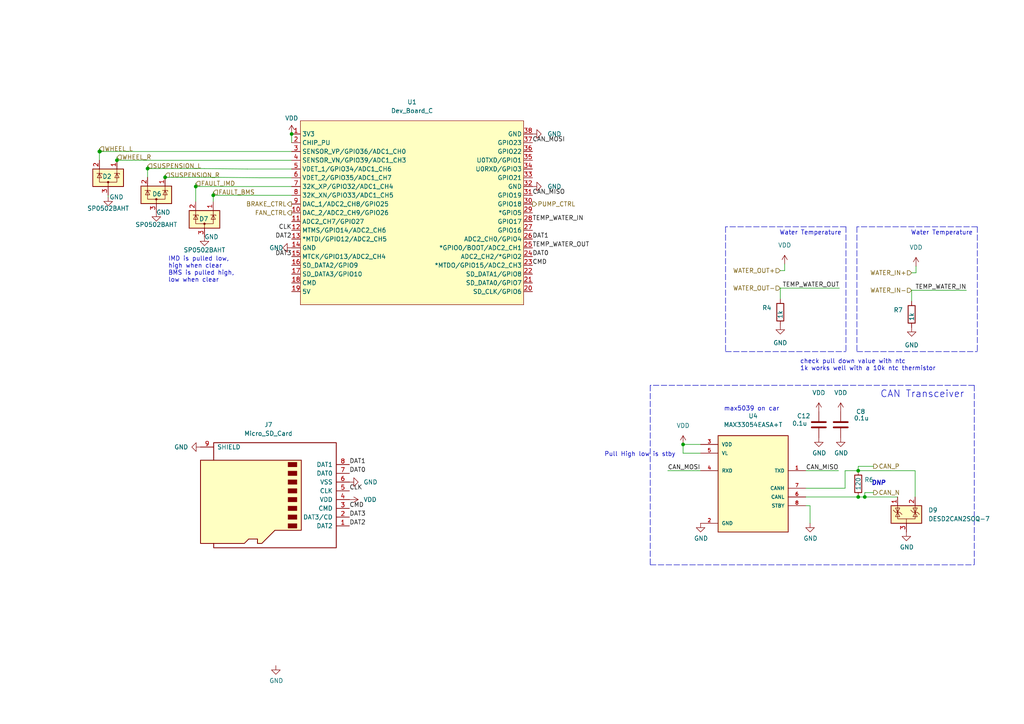
<source format=kicad_sch>
(kicad_sch (version 20211123) (generator eeschema)
  (paper "A4")
  (lib_symbols
    (symbol "AERO_Symbols:Dev_Board_C"
      (property "Reference" "U" (at 0 0 0))
      (property "Value" "Dev_Board_C" (at 0 0 0))
      (symbol "Dev_Board_C_0_0"
        (pin power_in line (at -36.83 -6.35 0) (length 2.54) (name "GND") (number "14"))
        (pin power_in line (at -36.83 -19.05 0) (length 2.54) (name "5V") (number "19"))
      )
      (symbol "Dev_Board_C_0_1"
        (rectangle (start -34.29 30.48) (end 30.48 -22.86) (fill (type background)))
      )
      (symbol "Dev_Board_C_1_1"
        (pin power_in line (at -36.83 26.67 0) (length 2.54) (name "3V3") (number "1"))
        (pin bidirectional line (at -36.83 3.81 0) (length 2.54) (name "DAC_2/ADC2_CH9/GPIO26") (number "10"))
        (pin bidirectional line (at -36.83 1.27 0) (length 2.54) (name "ADC2_CH7/GPIO27") (number "11"))
        (pin bidirectional line (at -36.83 -1.27 0) (length 2.54) (name "MTMS/GPIO14/ADC2_CH6") (number "12"))
        (pin bidirectional line (at -36.83 -3.81 0) (length 2.54) (name "*MTDI/GPIO12/ADC2_CH5") (number "13"))
        (pin bidirectional line (at -36.83 -8.89 0) (length 2.54) (name "MTCK/GPIO13/ADC2_CH4") (number "15"))
        (pin bidirectional line (at -36.83 -11.43 0) (length 2.54) (name "SD_DATA2/GPIO9") (number "16"))
        (pin bidirectional line (at -36.83 -13.97 0) (length 2.54) (name "SD_DATA3/GPIO10") (number "17"))
        (pin bidirectional line (at -36.83 -16.51 0) (length 2.54) (name "CMD") (number "18"))
        (pin input line (at -36.83 24.13 0) (length 2.54) (name "CHIP_PU") (number "2"))
        (pin bidirectional line (at 33.02 -19.05 180) (length 2.54) (name "SD_CLK/GPIO6") (number "20"))
        (pin bidirectional line (at 33.02 -16.51 180) (length 2.54) (name "SD_DATA0/GPIO7") (number "21"))
        (pin bidirectional line (at 33.02 -13.97 180) (length 2.54) (name "SD_DATA1/GPIO8") (number "22"))
        (pin bidirectional line (at 33.02 -11.43 180) (length 2.54) (name "*MTDO/GPIO15/ADC2_CH3") (number "23"))
        (pin bidirectional line (at 33.02 -8.89 180) (length 2.54) (name "ADC2_CH2/*GPIO2") (number "24"))
        (pin bidirectional line (at 33.02 -6.35 180) (length 2.54) (name "*GPIO0/BOOT/ADC2_CH1") (number "25"))
        (pin bidirectional line (at 33.02 -3.81 180) (length 2.54) (name "ADC2_CH0/GPIO4") (number "26"))
        (pin bidirectional line (at 33.02 -1.27 180) (length 2.54) (name "GPIO16") (number "27"))
        (pin bidirectional line (at 33.02 1.27 180) (length 2.54) (name "GPIO17") (number "28"))
        (pin bidirectional line (at 33.02 3.81 180) (length 2.54) (name "*GPIO5") (number "29"))
        (pin input line (at -36.83 21.59 0) (length 2.54) (name "SENSOR_VP/GPIO36/ADC1_CH0") (number "3"))
        (pin bidirectional line (at 33.02 6.35 180) (length 2.54) (name "GPIO18") (number "30"))
        (pin bidirectional line (at 33.02 8.89 180) (length 2.54) (name "GPIO19") (number "31"))
        (pin power_in line (at 33.02 11.43 180) (length 2.54) (name "GND") (number "32"))
        (pin bidirectional line (at 33.02 13.97 180) (length 2.54) (name "GPIO21") (number "33"))
        (pin bidirectional line (at 33.02 16.51 180) (length 2.54) (name "U0RXD/GPIO3") (number "34"))
        (pin bidirectional line (at 33.02 19.05 180) (length 2.54) (name "U0TXD/GPIO1") (number "35"))
        (pin bidirectional line (at 33.02 21.59 180) (length 2.54) (name "GPIO22") (number "36"))
        (pin bidirectional line (at 33.02 24.13 180) (length 2.54) (name "GPIO23") (number "37"))
        (pin power_in line (at 33.02 26.67 180) (length 2.54) (name "GND") (number "38"))
        (pin input line (at -36.83 19.05 0) (length 2.54) (name "SENSOR_VN/GPIO39/ADC1_CH3") (number "4"))
        (pin input line (at -36.83 16.51 0) (length 2.54) (name "VDET_1/GPIO34/ADC1_CH6") (number "5"))
        (pin input line (at -36.83 13.97 0) (length 2.54) (name "VDET_2/GPIO35/ADC1_CH7") (number "6"))
        (pin bidirectional line (at -36.83 11.43 0) (length 2.54) (name "32K_XP/GPIO32/ADC1_CH4") (number "7"))
        (pin bidirectional line (at -36.83 8.89 0) (length 2.54) (name "32K_XN/GPIO33/ADC1_CH5") (number "8"))
        (pin bidirectional line (at -36.83 6.35 0) (length 2.54) (name "DAC_1/ADC2_CH8/GPIO25") (number "9"))
      )
    )
    (symbol "AERO_Symbols:MAX33054EASA+T" (pin_names (offset 1.016))
      (property "Reference" "U" (at -10.16 13.6906 0))
      (property "Value" "MAX33054EASA+T" (at -10.16 -19.2278 0))
      (symbol "MAX33054EASA+T_0_0"
        (rectangle (start -10.16 -15.24) (end 10.16 12.7) (stroke (width 0.254)) (fill (type background)))
        (pin input line (at -15.24 2.54 0) (length 5.08) (name "TXD") (number "1"))
        (pin power_in line (at 15.24 -12.7 180) (length 5.08) (name "GND") (number "2"))
        (pin power_in line (at 15.24 10.16 180) (length 5.08) (name "VDD") (number "3"))
        (pin output line (at 15.24 2.54 180) (length 5.08) (name "RXD") (number "4"))
        (pin power_in line (at 15.24 7.62 180) (length 5.08) (name "VL") (number "5"))
        (pin input line (at -15.24 -5.08 0) (length 5.08) (name "CANL") (number "6"))
        (pin input line (at -15.24 -2.54 0) (length 5.08) (name "CANH") (number "7"))
        (pin input line (at -15.24 -7.62 0) (length 5.08) (name "STBY") (number "8"))
      )
    )
    (symbol "Connector:Micro_SD_Card" (pin_names (offset 1.016))
      (property "Reference" "J" (at -16.51 15.24 0))
      (property "Value" "Micro_SD_Card" (at 16.51 15.24 0))
      (symbol "Micro_SD_Card_0_1"
        (rectangle (start -7.62 -9.525) (end -5.08 -10.795) (fill (type outline)))
        (rectangle (start -7.62 -6.985) (end -5.08 -8.255) (fill (type outline)))
        (rectangle (start -7.62 -4.445) (end -5.08 -5.715) (fill (type outline)))
        (rectangle (start -7.62 -1.905) (end -5.08 -3.175) (fill (type outline)))
        (rectangle (start -7.62 0.635) (end -5.08 -0.635) (fill (type outline)))
        (rectangle (start -7.62 3.175) (end -5.08 1.905) (fill (type outline)))
        (rectangle (start -7.62 5.715) (end -5.08 4.445) (fill (type outline)))
        (rectangle (start -7.62 8.255) (end -5.08 6.985) (fill (type outline)))
        (polyline (pts (xy 16.51 12.7) (xy 16.51 13.97) (xy -19.05 13.97) (xy -19.05 -16.51) (xy 16.51 -16.51) (xy 16.51 -11.43)) (stroke (width 0.254)))
        (polyline (pts (xy -8.89 -11.43) (xy -8.89 8.89) (xy -1.27 8.89) (xy 2.54 12.7) (xy 3.81 12.7) (xy 3.81 11.43) (xy 6.35 11.43) (xy 7.62 12.7) (xy 20.32 12.7) (xy 20.32 -11.43) (xy -8.89 -11.43)) (stroke (width 0.254)) (fill (type background)))
      )
      (symbol "Micro_SD_Card_1_1"
        (pin bidirectional line (at -22.86 7.62 0) (length 3.81) (name "DAT2") (number "1"))
        (pin bidirectional line (at -22.86 5.08 0) (length 3.81) (name "DAT3/CD") (number "2"))
        (pin input line (at -22.86 2.54 0) (length 3.81) (name "CMD") (number "3"))
        (pin power_in line (at -22.86 0 0) (length 3.81) (name "VDD") (number "4"))
        (pin input line (at -22.86 -2.54 0) (length 3.81) (name "CLK") (number "5"))
        (pin power_in line (at -22.86 -5.08 0) (length 3.81) (name "VSS") (number "6"))
        (pin bidirectional line (at -22.86 -7.62 0) (length 3.81) (name "DAT0") (number "7"))
        (pin bidirectional line (at -22.86 -10.16 0) (length 3.81) (name "DAT1") (number "8"))
        (pin passive line (at 20.32 -15.24 180) (length 3.81) (name "SHIELD") (number "9"))
      )
    )
    (symbol "Device:C" (pin_numbers hide) (pin_names (offset 0.254))
      (property "Reference" "C" (at 0.635 2.54 0))
      (property "Value" "C" (at 0.635 -2.54 0))
      (symbol "C_0_1"
        (polyline (pts (xy -2.032 -0.762) (xy 2.032 -0.762)) (stroke (width 0.508)))
        (polyline (pts (xy -2.032 0.762) (xy 2.032 0.762)) (stroke (width 0.508)))
      )
      (symbol "C_1_1"
        (pin passive line (at 0 3.81 270) (length 2.794) (name "~") (number "1"))
        (pin passive line (at 0 -3.81 90) (length 2.794) (name "~") (number "2"))
      )
    )
    (symbol "Device:R" (pin_numbers hide) (pin_names (offset 0))
      (property "Reference" "R" (at 2.032 0 90))
      (property "Value" "R" (at 0 0 90))
      (symbol "R_0_1"
        (rectangle (start -1.016 -2.54) (end 1.016 2.54) (stroke (width 0.254)))
      )
      (symbol "R_1_1"
        (pin passive line (at 0 3.81 270) (length 1.27) (name "~") (number "1"))
        (pin passive line (at 0 -3.81 90) (length 1.27) (name "~") (number "2"))
      )
    )
    (symbol "Power_Protection:NUP2105L" (pin_names hide)
      (property "Reference" "D" (at 5.715 2.54 0))
      (property "Value" "NUP2105L" (at 5.715 0.635 0))
      (symbol "NUP2105L_0_0"
        (pin passive line (at 0 -5.08 90) (length 2.54) (name "A") (number "3"))
      )
      (symbol "NUP2105L_0_1"
        (rectangle (start -4.445 2.54) (end 4.445 -2.54) (stroke (width 0.254)) (fill (type background)))
        (polyline (pts (xy -2.54 2.54) (xy -2.54 0.635)))
        (polyline (pts (xy 0 -1.27) (xy 0 -2.54)))
        (polyline (pts (xy 2.54 2.54) (xy 2.54 0.635)))
        (polyline (pts (xy -3.81 1.27) (xy -3.175 0.635) (xy -1.905 0.635) (xy -1.27 0)))
        (polyline (pts (xy -2.54 0.635) (xy -2.54 -1.27) (xy 2.54 -1.27) (xy 2.54 0.635)))
        (polyline (pts (xy -2.54 0.635) (xy -1.905 -0.635) (xy -3.175 -0.635) (xy -2.54 0.635)))
        (polyline (pts (xy 2.54 0.635) (xy 1.905 -0.635) (xy 3.175 -0.635) (xy 2.54 0.635)))
        (polyline (pts (xy 2.54 0.635) (xy 3.175 1.905) (xy 1.905 1.905) (xy 2.54 0.635)))
        (polyline (pts (xy -2.54 0.635) (xy -3.175 1.905) (xy -1.905 1.905) (xy -2.54 0.635) (xy -2.54 1.27)))
        (polyline (pts (xy 1.27 1.27) (xy 1.905 0.635) (xy 2.54 0.635) (xy 3.175 0.635) (xy 3.81 0)))
      )
      (symbol "NUP2105L_1_1"
        (pin passive line (at -2.54 5.08 270) (length 2.54) (name "K") (number "1"))
        (pin passive line (at 2.54 5.08 270) (length 2.54) (name "K") (number "2"))
      )
    )
    (symbol "Power_Protection:SP0502BAHT" (pin_names hide)
      (property "Reference" "D" (at 5.715 2.54 0))
      (property "Value" "SP0502BAHT" (at 5.715 0.635 0))
      (symbol "SP0502BAHT_0_0"
        (pin passive line (at 0 -5.08 90) (length 2.54) (name "A") (number "3"))
      )
      (symbol "SP0502BAHT_0_1"
        (rectangle (start -4.445 2.54) (end 4.445 -2.54) (stroke (width 0.254)) (fill (type background)))
        (circle (center 0 -1.27) (radius 0.254) (fill (type outline)))
        (polyline (pts (xy -2.54 2.54) (xy -2.54 1.27)))
        (polyline (pts (xy 0 -1.27) (xy 0 -2.54)))
        (polyline (pts (xy 2.54 2.54) (xy 2.54 1.27)))
        (polyline (pts (xy -3.302 1.016) (xy -3.302 1.27) (xy -1.905 1.27) (xy -1.778 1.27)))
        (polyline (pts (xy -2.54 1.27) (xy -2.54 -1.27) (xy 2.54 -1.27) (xy 2.54 1.27)))
        (polyline (pts (xy -2.54 1.27) (xy -1.905 0) (xy -3.175 0) (xy -2.54 1.27)))
        (polyline (pts (xy 1.778 1.016) (xy 1.778 1.27) (xy 3.175 1.27) (xy 3.302 1.27)))
        (polyline (pts (xy 2.54 1.27) (xy 1.905 0) (xy 3.175 0) (xy 2.54 1.27)))
      )
      (symbol "SP0502BAHT_1_1"
        (pin passive line (at -2.54 5.08 270) (length 2.54) (name "K") (number "1"))
        (pin passive line (at 2.54 5.08 270) (length 2.54) (name "K") (number "2"))
      )
    )
    (symbol "power:GND" (power) (pin_names (offset 0))
      (property "Value" "GND" (at 0 -3.81 0))
      (symbol "GND_0_1"
        (polyline (pts (xy 0 0) (xy 0 -1.27) (xy 1.27 -1.27) (xy 0 -2.54) (xy -1.27 -1.27) (xy 0 -1.27)))
      )
      (symbol "GND_1_1"
        (pin power_in line (at 0 0 270) (length 0) hide (name "GND") (number "1"))
      )
    )
    (symbol "power:VDD" (power) (pin_names (offset 0))
      (property "Value" "VDD" (at 0 3.81 0))
      (symbol "VDD_0_1"
        (polyline (pts (xy -0.762 1.27) (xy 0 2.54)))
        (polyline (pts (xy 0 0) (xy 0 2.54)))
        (polyline (pts (xy 0 2.54) (xy 0.762 1.27)))
      )
      (symbol "VDD_1_1"
        (pin power_in line (at 0 0 90) (length 0) hide (name "VDD") (number "1"))
      )
    )
  )
  (junction (at 198.12 128.905))
  (junction (at 28.956 43.942))
  (junction (at 42.799 48.895))
  (junction (at 56.769 54.102))
  (junction (at 47.879 51.435))
  (junction (at 33.909 46.482))
  (junction (at 61.849 56.642))
  (junction (at 248.92 144.145))
  (junction (at 84.582 38.862))
  (junction (at 250.825 144.145))
  (junction (at 28.829 43.942))
  (junction (at 248.92 136.525))
  (wire (pts (xy 61.849 56.642) (xy 84.582 56.642)))
  (wire (pts (xy 203.2 131.445) (xy 198.12 131.445)))
  (polyline (pts (xy 282.575 111.76) (xy 188.595 111.76)))
  (wire (pts (xy 198.12 131.445) (xy 198.12 128.905)))
  (polyline (pts (xy 188.595 111.76) (xy 188.595 163.83)))
  (wire (pts (xy 47.879 50.8) (xy 47.879 51.435)))
  (polyline (pts (xy 283.464 65.786) (xy 283.464 101.981)))
  (polyline (pts (xy 283.464 65.786) (xy 248.539 65.786)))
  (wire (pts (xy 265.43 136.525) (xy 265.43 144.145)))
  (wire (pts (xy 56.769 53.213) (xy 56.769 54.102)))
  (wire (pts (xy 193.675 136.525) (xy 203.2 136.525)))
  (polyline (pts (xy 210.439 101.981) (xy 245.364 101.981)))
  (wire (pts (xy 253.365 142.875) (xy 250.825 142.875)))
  (wire (pts (xy 28.956 43.942) (xy 84.582 43.942)))
  (wire (pts (xy 33.909 45.593) (xy 33.909 46.482)))
  (wire (pts (xy 234.95 146.685) (xy 233.68 146.685)))
  (polyline (pts (xy 282.575 111.76) (xy 282.575 163.83)))
  (wire (pts (xy 243.205 136.525) (xy 233.68 136.525)))
  (wire (pts (xy 264.414 84.201) (xy 264.414 87.376)))
  (polyline (pts (xy 248.539 65.786) (xy 248.539 101.981)))
  (wire (pts (xy 84.582 49.022) (xy 71.755 49.022)))
  (wire (pts (xy 234.95 151.765) (xy 234.95 146.685)))
  (wire (pts (xy 42.799 48.133) (xy 42.799 48.895)))
  (wire (pts (xy 243.459 83.566) (xy 226.314 83.566)))
  (wire (pts (xy 250.825 142.875) (xy 250.825 144.145)))
  (wire (pts (xy 28.829 43.18) (xy 28.829 43.942)))
  (wire (pts (xy 265.684 77.216) (xy 265.684 79.121)))
  (wire (pts (xy 31.369 56.642) (xy 31.369 57.15)))
  (wire (pts (xy 227.584 78.486) (xy 226.314 78.486)))
  (polyline (pts (xy 248.539 101.981) (xy 283.464 101.981)))
  (wire (pts (xy 248.92 135.255) (xy 248.92 136.525)))
  (wire (pts (xy 28.829 43.942) (xy 28.956 43.942)))
  (wire (pts (xy 84.582 51.562) (xy 75.565 51.562)))
  (wire (pts (xy 198.12 128.905) (xy 203.2 128.905)))
  (wire (pts (xy 250.825 144.145) (xy 260.35 144.145)))
  (wire (pts (xy 233.68 144.145) (xy 248.92 144.145)))
  (polyline (pts (xy 245.364 65.786) (xy 245.364 101.981)))
  (wire (pts (xy 28.829 43.942) (xy 28.829 46.482)))
  (wire (pts (xy 42.799 48.895) (xy 42.799 51.435)))
  (wire (pts (xy 61.849 55.753) (xy 61.849 56.642)))
  (wire (pts (xy 63.119 51.435) (xy 47.879 51.435)))
  (wire (pts (xy 226.314 83.566) (xy 226.314 86.741)))
  (wire (pts (xy 245.11 141.605) (xy 245.11 136.525)))
  (wire (pts (xy 61.849 56.642) (xy 61.849 58.547)))
  (wire (pts (xy 84.582 54.102) (xy 56.769 54.102)))
  (wire (pts (xy 265.684 79.121) (xy 264.414 79.121)))
  (wire (pts (xy 56.769 54.102) (xy 56.769 58.547)))
  (wire (pts (xy 227.584 76.581) (xy 227.584 78.486)))
  (wire (pts (xy 71.755 49.022) (xy 59.309 48.895)))
  (wire (pts (xy 248.92 144.145) (xy 250.825 144.145)))
  (wire (pts (xy 233.68 141.605) (xy 245.11 141.605)))
  (wire (pts (xy 75.565 51.562) (xy 63.119 51.435)))
  (polyline (pts (xy 245.364 65.786) (xy 210.439 65.786)))
  (wire (pts (xy 253.365 135.255) (xy 248.92 135.255)))
  (polyline (pts (xy 210.439 65.786) (xy 210.439 101.981)))
  (wire (pts (xy 245.11 136.525) (xy 248.92 136.525)))
  (wire (pts (xy 42.799 48.895) (xy 59.309 48.895)))
  (polyline (pts (xy 188.595 163.83) (xy 282.575 163.83)))
  (wire (pts (xy 248.92 136.525) (xy 265.43 136.525)))
  (wire (pts (xy 280.289 84.201) (xy 264.414 84.201)))
  (wire (pts (xy 33.909 46.482) (xy 84.582 46.482)))
  (wire (pts (xy 84.582 38.862) (xy 84.582 41.402)))
  (text "Water Temperature" (at 244.094 68.326 180) (effects (font (size 1.27 1.27)) (justify right bottom)))
  (text "check pull down value with ntc\n1k works well with a 10k ntc thermistor" (at 232.029 107.696 0) (effects (font (size 1.27 1.27)) (justify left bottom)))
  (text "Water Temperature" (at 282.194 68.326 180) (effects (font (size 1.27 1.27)) (justify right bottom)))
  (text "CAN Transceiver" (at 255.27 115.57 0) (effects (font (size 2.0066 2.0066)) (justify left bottom)))
  (text "IMD is pulled low, \nhigh when clear\nBMS is pulled high, \nlow when clear" (at 48.768 82.042 0) (effects (font (size 1.27 1.27)) (justify left bottom)))
  (text "max5039 on car" (at 209.931 119.38 0) (effects (font (size 1.27 1.27)) (justify left bottom)))
  (text "Pull High low is stby" (at 175.26 132.588 0) (effects (font (size 1.27 1.27)) (justify left bottom)))
  (text "DNP\n" (at 252.73 140.97 0) (effects (font (size 1.27 1.27) bold italic) (justify left bottom)))
  (label "DAT2" (at 84.582 69.342 180))
  (label "CAN_MISO" (at 243.205 136.525 180))
  (label "DAT0" (at 101.346 137.287 0))
  (label "DAT2" (at 101.346 152.527 0))
  (label "DAT3" (at 101.346 149.987 0))
  (label "TEMP_WATER_OUT" (at 243.459 83.566 180))
  (label "DAT3" (at 84.582 74.422 180))
  (label "DAT1" (at 101.346 134.747 0))
  (label "TEMP_WATER_IN" (at 154.432 64.262 0))
  (label "CMD" (at 154.432 76.962 0))
  (label "CAN_MOSI" (at 154.432 41.402 0))
  (label "CLK" (at 101.346 142.367 0))
  (label "CMD" (at 101.346 147.447 0))
  (label "CAN_MOSI" (at 193.675 136.525 0))
  (label "DAT0" (at 154.432 74.422 0))
  (label "TEMP_WATER_OUT" (at 154.432 71.882 0))
  (label "CLK" (at 84.582 66.802 180))
  (label "DAT1" (at 154.432 69.342 0))
  (label "TEMP_WATER_IN" (at 280.289 84.201 180))
  (label "CAN_MISO" (at 154.432 56.642 0))
  (hierarchical_label "WHEEL_L" (shape input) (at 28.829 43.18 0))
  (hierarchical_label "PUMP_CTRL" (shape output) (at 154.432 59.182 0))
  (hierarchical_label "WATER_OUT+" (shape input) (at 226.314 78.486 180))
  (hierarchical_label "BRAKE_CTRL" (shape output) (at 84.582 59.182 180))
  (hierarchical_label "CAN_N" (shape output) (at 253.365 142.875 0))
  (hierarchical_label "FAULT_IMD" (shape input) (at 56.769 53.213 0))
  (hierarchical_label "FAULT_BMS" (shape input) (at 61.849 55.753 0))
  (hierarchical_label "SUSPENSION_R" (shape input) (at 47.879 50.8 0))
  (hierarchical_label "FAN_CTRL" (shape output) (at 84.582 61.722 180))
  (hierarchical_label "WATER_IN+" (shape input) (at 264.414 79.121 180))
  (hierarchical_label "WATER_IN-" (shape input) (at 264.414 84.201 180))
  (hierarchical_label "SUSPENSION_L" (shape input) (at 42.799 48.133 0))
  (hierarchical_label "WHEEL_R" (shape input) (at 33.909 45.593 0))
  (hierarchical_label "WATER_OUT-" (shape input) (at 226.314 83.566 180))
  (hierarchical_label "CAN_P" (shape output) (at 253.365 135.255 0))
  (symbol (lib_id "power:GND") (at 80.01 193.04 0) (unit 1)
    (property "Reference" "#PWR0124" (effects hide))
    (property "Value" "GND" (at 80.137 197.4342 0))
  )
  (symbol (lib_id "Device:C") (at 237.49 123.19 0) (unit 1)
    (property "Reference" "C12" (at 231.14 120.65 0) (effects (justify left)))
    (property "Value" "0.1u" (at 229.743 122.809 0) (effects (justify left)))
    (property "Footprint" "Capacitor_SMD:C_0603_1608Metric_Pad1.08x0.95mm_HandSolder" (effects hide))
  )
  (symbol (lib_id "power:GND") (at 262.89 154.305 0) (unit 1)
    (property "Reference" "#PWR0129" (effects hide))
    (property "Value" "GND" (at 263.017 158.6992 0))
  )
  (symbol (lib_id "power:GND") (at 237.49 127 0) (unit 1)
    (property "Reference" "#PWR0130" (effects hide))
    (property "Value" "GND" (at 237.617 131.3942 0))
  )
  (symbol (lib_id "Device:R") (at 248.92 140.335 0) (unit 1)
    (property "Reference" "R6" (at 250.698 139.1666 0) (effects (justify left)))
    (property "Value" "120" (at 248.92 142.24 90) (effects (justify left)))
    (property "Footprint" "Resistor_SMD:R_0603_1608Metric_Pad0.98x0.95mm_HandSolder" (effects hide))
  )
  (symbol (lib_id "Device:R") (at 264.414 91.186 0) (mirror y) (unit 1)
    (property "Reference" "R7" (at 261.874 89.9159 0) (effects (justify left)))
    (property "Value" "1k" (at 264.414 93.091 90) (effects (justify left)))
    (property "Footprint" "Resistor_SMD:R_0603_1608Metric_Pad0.98x0.95mm_HandSolder" (effects hide))
  )
  (symbol (lib_id "AERO_Symbols:MAX33054EASA+T") (at 218.44 139.065 0) (mirror y) (unit 1)
    (property "Reference" "U4" (at 218.44 120.65 0))
    (property "Value" "MAX33054EASA+T" (at 218.44 123.19 0))
    (property "Footprint" "AERO_Footprints:SOIC127P600X175-8N" (effects hide))
    (property "PACKAGE" "SOIC-8 Maxim Integrated" (effects hide))
    (property "MF" "Maxim Integrated" (effects hide))
    (property "PRICE" "None" (effects hide))
    (property "MP" "MAX33054EASA+T" (effects hide))
    (property "DESCRIPTION" "IC TXRX CAN 3.3V 2MBPS 25KV 8SO" (effects hide))
    (property "AVAILABILITY" "Unavailable" (effects hide))
  )
  (symbol (lib_id "power:VDD") (at 265.684 77.216 0) (unit 1)
    (property "Reference" "#PWR0128" (effects hide))
    (property "Value" "VDD" (at 265.684 71.755 0))
  )
  (symbol (lib_id "power:GND") (at 203.2 151.765 0) (unit 1)
    (property "Reference" "#PWR0112" (effects hide))
    (property "Value" "GND" (at 203.327 156.1592 0))
  )
  (symbol (lib_id "Device:R") (at 226.314 90.551 0) (mirror y) (unit 1)
    (property "Reference" "R4" (at 223.774 89.2809 0) (effects (justify left)))
    (property "Value" "1k" (at 226.314 92.456 90) (effects (justify left)))
    (property "Footprint" "Resistor_SMD:R_0603_1608Metric_Pad0.98x0.95mm_HandSolder" (effects hide))
  )
  (symbol (lib_id "power:GND") (at 31.369 57.15 0) (mirror y) (unit 1)
    (property "Reference" "#PWR0133" (effects hide))
    (property "Value" "GND" (at 33.782 57.15 0))
  )
  (symbol (lib_id "power:GND") (at 84.582 71.882 270) (unit 1)
    (property "Reference" "#PWR0123" (effects hide))
    (property "Value" "GND" (at 78.105 71.882 90) (effects (justify left)))
  )
  (symbol (lib_id "power:GND") (at 45.339 61.595 0) (mirror y) (unit 1)
    (property "Reference" "#PWR0132" (effects hide))
    (property "Value" "GND" (at 47.371 61.595 0))
  )
  (symbol (lib_id "power:VDD") (at 101.346 144.907 270) (unit 1)
    (property "Reference" "#PWR0142" (effects hide))
    (property "Value" "VDD" (at 105.41 144.9069 90) (effects (justify left)))
  )
  (symbol (lib_id "power:GND") (at 226.314 94.361 0) (mirror y) (unit 1)
    (property "Reference" "#PWR0143" (effects hide))
    (property "Value" "GND" (at 226.314 99.441 0))
  )
  (symbol (lib_id "Power_Protection:SP0502BAHT") (at 45.339 56.515 0) (mirror y) (unit 1)
    (property "Reference" "D6" (at 46.863 56.261 0) (effects (justify left)))
    (property "Value" "SP0502BAHT" (at 51.435 65.151 0) (effects (justify left)))
    (property "Footprint" "Package_TO_SOT_SMD:SOT-23" (effects hide))
    (property "Datasheet" "http://www.littelfuse.com/~/media/files/littelfuse/technical%20resources/documents/data%20sheets/sp05xxba.pdf" (effects hide))
  )
  (symbol (lib_id "power:GND") (at 154.432 38.862 90) (unit 1)
    (property "Reference" "#PWR0114" (effects hide))
    (property "Value" "GND" (at 158.75 38.8619 90) (effects (justify right)))
  )
  (symbol (lib_id "power:GND") (at 59.309 68.707 0) (unit 1)
    (property "Reference" "#PWR0134" (effects hide))
    (property "Value" "GND" (at 61.341 68.707 0))
  )
  (symbol (lib_id "power:VDD") (at 237.49 119.38 0) (unit 1)
    (property "Reference" "#PWR0127" (effects hide))
    (property "Value" "VDD" (at 237.49 113.919 0))
  )
  (symbol (lib_id "power:GND") (at 58.166 129.667 270) (unit 1)
    (property "Reference" "#PWR0144" (effects hide))
    (property "Value" "GND" (at 54.61 129.6669 90) (effects (justify right)))
  )
  (symbol (lib_id "Power_Protection:SP0502BAHT") (at 59.309 63.627 0) (mirror y) (unit 1)
    (property "Reference" "D7" (at 60.452 63.5 0) (effects (justify left)))
    (property "Value" "SP0502BAHT" (at 65.405 72.517 0) (effects (justify left)))
    (property "Footprint" "Package_TO_SOT_SMD:SOT-23" (effects hide))
    (property "Datasheet" "http://www.littelfuse.com/~/media/files/littelfuse/technical%20resources/documents/data%20sheets/sp05xxba.pdf" (effects hide))
  )
  (symbol (lib_id "power:GND") (at 234.95 151.765 0) (unit 1)
    (property "Reference" "#PWR0113" (effects hide))
    (property "Value" "GND" (at 235.077 156.1592 0))
  )
  (symbol (lib_id "power:VDD") (at 243.84 119.38 0) (unit 1)
    (property "Reference" "#PWR0126" (effects hide))
    (property "Value" "VDD" (at 243.84 113.919 0))
  )
  (symbol (lib_id "Connector:Micro_SD_Card") (at 78.486 144.907 180) (unit 1)
    (property "Reference" "J7" (at 77.851 123.19 0))
    (property "Value" "Micro_SD_Card" (at 77.851 125.73 0))
    (property "Footprint" "Connector_Card:microSD_HC_Wuerth_693072010801" (effects hide))
    (property "Datasheet" "http://katalog.we-online.de/em/datasheet/693072010801.pdf" (effects hide))
  )
  (symbol (lib_id "power:VDD") (at 198.12 128.905 0) (unit 1)
    (property "Reference" "#PWR0125" (effects hide))
    (property "Value" "VDD" (at 198.12 123.444 0))
  )
  (symbol (lib_id "Device:C") (at 243.84 123.19 0) (unit 1)
    (property "Reference" "C8" (at 248.285 119.38 0) (effects (justify left)))
    (property "Value" "0.1u" (at 247.65 121.285 0) (effects (justify left)))
    (property "Footprint" "Capacitor_SMD:C_0603_1608Metric_Pad1.08x0.95mm_HandSolder" (effects hide))
  )
  (symbol (lib_id "power:GND") (at 264.414 94.996 0) (mirror y) (unit 1)
    (property "Reference" "#PWR0139" (effects hide))
    (property "Value" "GND" (at 264.414 100.076 0))
  )
  (symbol (lib_id "Power_Protection:NUP2105L") (at 262.89 149.225 0) (unit 1)
    (property "Reference" "D9" (at 269.24 147.9549 0) (effects (justify left)))
    (property "Value" "DESD2CAN2SOQ-7" (at 269.24 150.4949 0) (effects (justify left)))
    (property "Footprint" "Package_TO_SOT_SMD:SOT-23" (effects hide))
    (property "Datasheet" "http://www.onsemi.com/pub_link/Collateral/NUP2105L-D.PDF" (effects hide))
  )
  (symbol (lib_id "power:GND") (at 243.84 127 0) (unit 1)
    (property "Reference" "#PWR0117" (effects hide))
    (property "Value" "GND" (at 243.967 131.3942 0))
  )
  (symbol (lib_id "power:GND") (at 154.432 54.102 90) (unit 1)
    (property "Reference" "#PWR0111" (effects hide))
    (property "Value" "GND" (at 158.75 54.1019 90) (effects (justify right)))
  )
  (symbol (lib_id "power:VDD") (at 227.584 76.581 0) (unit 1)
    (property "Reference" "#PWR0131" (effects hide))
    (property "Value" "VDD" (at 227.584 71.12 0))
  )
  (symbol (lib_id "power:VDD") (at 84.582 38.862 0) (unit 1)
    (property "Reference" "#PWR0122" (effects hide))
    (property "Value" "VDD" (at 84.582 34.29 0))
  )
  (symbol (lib_id "power:GND") (at 101.346 139.827 90) (unit 1)
    (property "Reference" "#PWR0154" (effects hide))
    (property "Value" "GND" (at 105.41 139.8269 90) (effects (justify right)))
  )
  (symbol (lib_id "Power_Protection:SP0502BAHT") (at 31.369 51.562 0) (mirror y) (unit 1)
    (property "Reference" "D2" (at 32.385 51.181 0) (effects (justify left)))
    (property "Value" "SP0502BAHT" (at 37.465 60.452 0) (effects (justify left)))
    (property "Footprint" "Package_TO_SOT_SMD:SOT-23" (effects hide))
    (property "Datasheet" "http://www.littelfuse.com/~/media/files/littelfuse/technical%20resources/documents/data%20sheets/sp05xxba.pdf" (effects hide))
  )
  (symbol (lib_id "AERO_Symbols:Dev_Board_C") (at 121.412 65.532 0) (unit 1)
    (property "Reference" "U1" (at 119.507 29.591 0))
    (property "Value" "Dev_Board_C" (at 119.507 32.131 0))
    (property "Footprint" "esp32:ESP32-DevKitC" (effects hide))
  )
)
</source>
